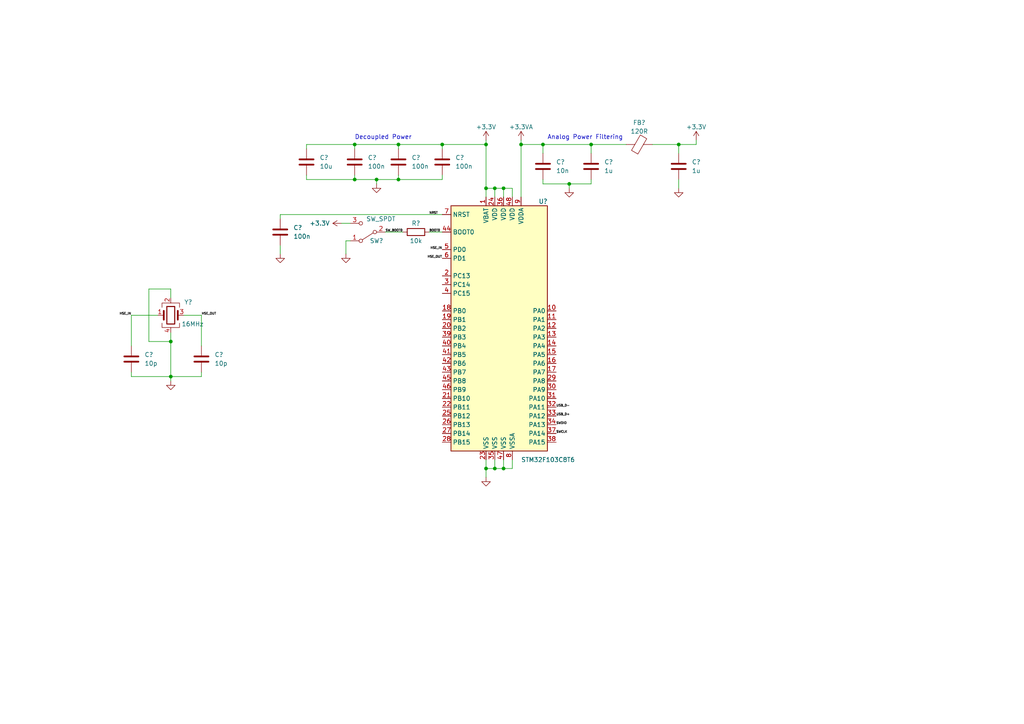
<source format=kicad_sch>
(kicad_sch (version 20211123) (generator eeschema)
  (paper "A4")
  (lib_symbols
    (symbol "Device:C" (pin_numbers hide) (pin_names (offset 0.254))
      (property "Reference" "C" (at 0.635 2.54 0))
      (property "Value" "C" (at 0.635 -2.54 0))
      (symbol "C_0_1"
        (polyline (pts (xy -2.032 -0.762) (xy 2.032 -0.762)) (stroke (width 0.508)))
        (polyline (pts (xy -2.032 0.762) (xy 2.032 0.762)) (stroke (width 0.508)))
      )
      (symbol "C_1_1"
        (pin passive line (at 0 3.81 270) (length 2.794) (name "~") (number "1"))
        (pin passive line (at 0 -3.81 90) (length 2.794) (name "~") (number "2"))
      )
    )
    (symbol "Device:Crystal_GND24" (pin_names (offset 1.016) hide)
      (property "Reference" "Y" (at 3.175 5.08 0))
      (property "Value" "Crystal_GND24" (at 3.175 3.175 0))
      (symbol "Crystal_GND24_0_1"
        (rectangle (start -1.143 2.54) (end 1.143 -2.54) (stroke (width 0.3048)))
        (polyline (pts (xy -2.54 0) (xy -2.032 0)))
        (polyline (pts (xy -2.032 -1.27) (xy -2.032 1.27)) (stroke (width 0.508)))
        (polyline (pts (xy 0 -3.81) (xy 0 -3.556)))
        (polyline (pts (xy 0 3.556) (xy 0 3.81)))
        (polyline (pts (xy 2.032 -1.27) (xy 2.032 1.27)) (stroke (width 0.508)))
        (polyline (pts (xy 2.032 0) (xy 2.54 0)))
        (polyline (pts (xy -2.54 -2.286) (xy -2.54 -3.556) (xy 2.54 -3.556) (xy 2.54 -2.286)))
        (polyline (pts (xy -2.54 2.286) (xy -2.54 3.556) (xy 2.54 3.556) (xy 2.54 2.286)))
      )
      (symbol "Crystal_GND24_1_1"
        (pin passive line (at -3.81 0 0) (length 1.27) (name "1") (number "1"))
        (pin passive line (at 0 5.08 270) (length 1.27) (name "2") (number "2"))
        (pin passive line (at 3.81 0 180) (length 1.27) (name "3") (number "3"))
        (pin passive line (at 0 -5.08 90) (length 1.27) (name "4") (number "4"))
      )
    )
    (symbol "Device:FerriteBead" (pin_numbers hide) (pin_names (offset 0))
      (property "Reference" "FB" (at -3.81 0.635 90))
      (property "Value" "FerriteBead" (at 3.81 0 90))
      (symbol "FerriteBead_0_1"
        (polyline (pts (xy 0 -1.27) (xy 0 -1.2192)))
        (polyline (pts (xy 0 1.27) (xy 0 1.2954)))
        (polyline (pts (xy -2.7686 0.4064) (xy -1.7018 2.2606) (xy 2.7686 -0.3048) (xy 1.6764 -2.159) (xy -2.7686 0.4064)))
      )
      (symbol "FerriteBead_1_1"
        (pin passive line (at 0 3.81 270) (length 2.54) (name "~") (number "1"))
        (pin passive line (at 0 -3.81 90) (length 2.54) (name "~") (number "2"))
      )
    )
    (symbol "Device:R" (pin_numbers hide) (pin_names (offset 0))
      (property "Reference" "R" (at 2.032 0 90))
      (property "Value" "R" (at 0 0 90))
      (symbol "R_0_1"
        (rectangle (start -1.016 -2.54) (end 1.016 2.54) (stroke (width 0.254)))
      )
      (symbol "R_1_1"
        (pin passive line (at 0 3.81 270) (length 1.27) (name "~") (number "1"))
        (pin passive line (at 0 -3.81 90) (length 1.27) (name "~") (number "2"))
      )
    )
    (symbol "MCU_ST_STM32F1:STM32F103C8Tx"
      (property "Reference" "U" (at -15.24 36.83 0))
      (property "Value" "STM32F103C8Tx" (at 7.62 36.83 0))
      (symbol "STM32F103C8Tx_0_1"
        (rectangle (start -15.24 -35.56) (end 12.7 35.56) (stroke (width 0.254)) (fill (type background)))
      )
      (symbol "STM32F103C8Tx_1_1"
        (pin power_in line (at -5.08 38.1 270) (length 2.54) (name "VBAT") (number "1"))
        (pin bidirectional line (at 15.24 5.08 180) (length 2.54) (name "PA0") (number "10"))
        (pin bidirectional line (at 15.24 2.54 180) (length 2.54) (name "PA1") (number "11"))
        (pin bidirectional line (at 15.24 0 180) (length 2.54) (name "PA2") (number "12"))
        (pin bidirectional line (at 15.24 -2.54 180) (length 2.54) (name "PA3") (number "13"))
        (pin bidirectional line (at 15.24 -5.08 180) (length 2.54) (name "PA4") (number "14"))
        (pin bidirectional line (at 15.24 -7.62 180) (length 2.54) (name "PA5") (number "15"))
        (pin bidirectional line (at 15.24 -10.16 180) (length 2.54) (name "PA6") (number "16"))
        (pin bidirectional line (at 15.24 -12.7 180) (length 2.54) (name "PA7") (number "17"))
        (pin bidirectional line (at -17.78 5.08 0) (length 2.54) (name "PB0") (number "18"))
        (pin bidirectional line (at -17.78 2.54 0) (length 2.54) (name "PB1") (number "19"))
        (pin bidirectional line (at -17.78 15.24 0) (length 2.54) (name "PC13") (number "2"))
        (pin bidirectional line (at -17.78 0 0) (length 2.54) (name "PB2") (number "20"))
        (pin bidirectional line (at -17.78 -20.32 0) (length 2.54) (name "PB10") (number "21"))
        (pin bidirectional line (at -17.78 -22.86 0) (length 2.54) (name "PB11") (number "22"))
        (pin power_in line (at -5.08 -38.1 90) (length 2.54) (name "VSS") (number "23"))
        (pin power_in line (at -2.54 38.1 270) (length 2.54) (name "VDD") (number "24"))
        (pin bidirectional line (at -17.78 -25.4 0) (length 2.54) (name "PB12") (number "25"))
        (pin bidirectional line (at -17.78 -27.94 0) (length 2.54) (name "PB13") (number "26"))
        (pin bidirectional line (at -17.78 -30.48 0) (length 2.54) (name "PB14") (number "27"))
        (pin bidirectional line (at -17.78 -33.02 0) (length 2.54) (name "PB15") (number "28"))
        (pin bidirectional line (at 15.24 -15.24 180) (length 2.54) (name "PA8") (number "29"))
        (pin bidirectional line (at -17.78 12.7 0) (length 2.54) (name "PC14") (number "3"))
        (pin bidirectional line (at 15.24 -17.78 180) (length 2.54) (name "PA9") (number "30"))
        (pin bidirectional line (at 15.24 -20.32 180) (length 2.54) (name "PA10") (number "31"))
        (pin bidirectional line (at 15.24 -22.86 180) (length 2.54) (name "PA11") (number "32"))
        (pin bidirectional line (at 15.24 -25.4 180) (length 2.54) (name "PA12") (number "33"))
        (pin bidirectional line (at 15.24 -27.94 180) (length 2.54) (name "PA13") (number "34"))
        (pin power_in line (at -2.54 -38.1 90) (length 2.54) (name "VSS") (number "35"))
        (pin power_in line (at 0 38.1 270) (length 2.54) (name "VDD") (number "36"))
        (pin bidirectional line (at 15.24 -30.48 180) (length 2.54) (name "PA14") (number "37"))
        (pin bidirectional line (at 15.24 -33.02 180) (length 2.54) (name "PA15") (number "38"))
        (pin bidirectional line (at -17.78 -2.54 0) (length 2.54) (name "PB3") (number "39"))
        (pin bidirectional line (at -17.78 10.16 0) (length 2.54) (name "PC15") (number "4"))
        (pin bidirectional line (at -17.78 -5.08 0) (length 2.54) (name "PB4") (number "40"))
        (pin bidirectional line (at -17.78 -7.62 0) (length 2.54) (name "PB5") (number "41"))
        (pin bidirectional line (at -17.78 -10.16 0) (length 2.54) (name "PB6") (number "42"))
        (pin bidirectional line (at -17.78 -12.7 0) (length 2.54) (name "PB7") (number "43"))
        (pin input line (at -17.78 27.94 0) (length 2.54) (name "BOOT0") (number "44"))
        (pin bidirectional line (at -17.78 -15.24 0) (length 2.54) (name "PB8") (number "45"))
        (pin bidirectional line (at -17.78 -17.78 0) (length 2.54) (name "PB9") (number "46"))
        (pin power_in line (at 0 -38.1 90) (length 2.54) (name "VSS") (number "47"))
        (pin power_in line (at 2.54 38.1 270) (length 2.54) (name "VDD") (number "48"))
        (pin input line (at -17.78 22.86 0) (length 2.54) (name "PD0") (number "5"))
        (pin input line (at -17.78 20.32 0) (length 2.54) (name "PD1") (number "6"))
        (pin input line (at -17.78 33.02 0) (length 2.54) (name "NRST") (number "7"))
        (pin power_in line (at 2.54 -38.1 90) (length 2.54) (name "VSSA") (number "8"))
        (pin power_in line (at 5.08 38.1 270) (length 2.54) (name "VDDA") (number "9"))
      )
    )
    (symbol "Switch:SW_SPDT" (pin_names (offset 0) hide)
      (property "Reference" "SW" (at 0 4.318 0))
      (property "Value" "SW_SPDT" (at 0 -5.08 0))
      (symbol "SW_SPDT_0_0"
        (circle (center -2.032 0) (radius 0.508))
        (circle (center 2.032 -2.54) (radius 0.508))
      )
      (symbol "SW_SPDT_0_1"
        (polyline (pts (xy -1.524 0.254) (xy 1.651 2.286)))
        (circle (center 2.032 2.54) (radius 0.508))
      )
      (symbol "SW_SPDT_1_1"
        (pin passive line (at 5.08 2.54 180) (length 2.54) (name "A") (number "1"))
        (pin passive line (at -5.08 0 0) (length 2.54) (name "B") (number "2"))
        (pin passive line (at 5.08 -2.54 180) (length 2.54) (name "C") (number "3"))
      )
    )
    (symbol "power:+3.3V" (power) (pin_names (offset 0))
      (property "Value" "+3.3V" (at 0 3.556 0))
      (symbol "+3.3V_0_1"
        (polyline (pts (xy -0.762 1.27) (xy 0 2.54)))
        (polyline (pts (xy 0 0) (xy 0 2.54)))
        (polyline (pts (xy 0 2.54) (xy 0.762 1.27)))
      )
      (symbol "+3.3V_1_1"
        (pin power_in line (at 0 0 90) (length 0) hide (name "+3.3V") (number "1"))
      )
    )
    (symbol "power:+3.3VA" (power) (pin_names (offset 0))
      (property "Value" "+3.3VA" (at 0 3.556 0))
      (symbol "+3.3VA_0_1"
        (polyline (pts (xy -0.762 1.27) (xy 0 2.54)))
        (polyline (pts (xy 0 0) (xy 0 2.54)))
        (polyline (pts (xy 0 2.54) (xy 0.762 1.27)))
      )
      (symbol "+3.3VA_1_1"
        (pin power_in line (at 0 0 90) (length 0) hide (name "+3.3VA") (number "1"))
      )
    )
    (symbol "power:GND" (power) (pin_names (offset 0))
      (property "Value" "GND" (at 0 -3.81 0))
      (symbol "GND_0_1"
        (polyline (pts (xy 0 0) (xy 0 -1.27) (xy 1.27 -1.27) (xy 0 -2.54) (xy -1.27 -1.27) (xy 0 -1.27)))
      )
      (symbol "GND_1_1"
        (pin power_in line (at 0 0 270) (length 0) hide (name "GND") (number "1"))
      )
    )
  )
  (junction (at 165.1 53.34))
  (junction (at 140.97 41.91))
  (junction (at 115.57 41.91))
  (junction (at 140.97 54.61))
  (junction (at 146.05 135.89))
  (junction (at 102.87 52.07))
  (junction (at 115.57 52.07))
  (junction (at 196.85 41.91))
  (junction (at 49.53 99.06))
  (junction (at 143.51 54.61))
  (junction (at 171.45 41.91))
  (junction (at 143.51 135.89))
  (junction (at 109.22 52.07))
  (junction (at 140.97 135.89))
  (junction (at 157.48 41.91))
  (junction (at 102.87 41.91))
  (junction (at 49.53 109.22))
  (junction (at 128.27 41.91))
  (junction (at 151.13 41.91))
  (junction (at 146.05 54.61))
  (wire (pts (xy 38.1 109.22) (xy 49.53 109.22)))
  (wire (pts (xy 196.85 41.91) (xy 196.85 44.45)))
  (wire (pts (xy 140.97 41.91) (xy 140.97 54.61)))
  (wire (pts (xy 102.87 52.07) (xy 109.22 52.07)))
  (wire (pts (xy 189.23 41.91) (xy 196.85 41.91)))
  (wire (pts (xy 49.53 109.22) (xy 49.53 110.49)))
  (wire (pts (xy 115.57 52.07) (xy 109.22 52.07)))
  (wire (pts (xy 140.97 54.61) (xy 140.97 57.15)))
  (wire (pts (xy 201.93 41.91) (xy 201.93 40.64)))
  (wire (pts (xy 43.18 83.82) (xy 43.18 99.06)))
  (wire (pts (xy 81.28 71.12) (xy 81.28 73.66)))
  (wire (pts (xy 58.42 107.95) (xy 58.42 109.22)))
  (wire (pts (xy 143.51 54.61) (xy 140.97 54.61)))
  (wire (pts (xy 148.59 133.35) (xy 148.59 135.89)))
  (wire (pts (xy 58.42 109.22) (xy 49.53 109.22)))
  (wire (pts (xy 157.48 41.91) (xy 157.48 44.45)))
  (wire (pts (xy 146.05 54.61) (xy 143.51 54.61)))
  (wire (pts (xy 101.6 69.85) (xy 100.33 69.85)))
  (wire (pts (xy 171.45 53.34) (xy 165.1 53.34)))
  (wire (pts (xy 38.1 107.95) (xy 38.1 109.22)))
  (wire (pts (xy 146.05 57.15) (xy 146.05 54.61)))
  (wire (pts (xy 128.27 41.91) (xy 115.57 41.91)))
  (wire (pts (xy 43.18 99.06) (xy 49.53 99.06)))
  (wire (pts (xy 115.57 41.91) (xy 102.87 41.91)))
  (wire (pts (xy 88.9 50.8) (xy 88.9 52.07)))
  (wire (pts (xy 58.42 91.44) (xy 58.42 100.33)))
  (wire (pts (xy 151.13 40.64) (xy 151.13 41.91)))
  (wire (pts (xy 99.06 64.77) (xy 101.6 64.77)))
  (wire (pts (xy 111.76 67.31) (xy 116.84 67.31)))
  (wire (pts (xy 49.53 83.82) (xy 43.18 83.82)))
  (wire (pts (xy 128.27 50.8) (xy 128.27 52.07)))
  (wire (pts (xy 49.53 96.52) (xy 49.53 99.06)))
  (wire (pts (xy 143.51 133.35) (xy 143.51 135.89)))
  (wire (pts (xy 102.87 41.91) (xy 102.87 43.18)))
  (wire (pts (xy 102.87 50.8) (xy 102.87 52.07)))
  (wire (pts (xy 151.13 41.91) (xy 157.48 41.91)))
  (wire (pts (xy 146.05 135.89) (xy 143.51 135.89)))
  (wire (pts (xy 128.27 62.23) (xy 81.28 62.23)))
  (wire (pts (xy 171.45 52.07) (xy 171.45 53.34)))
  (wire (pts (xy 128.27 52.07) (xy 115.57 52.07)))
  (wire (pts (xy 115.57 50.8) (xy 115.57 52.07)))
  (wire (pts (xy 148.59 57.15) (xy 148.59 54.61)))
  (wire (pts (xy 143.51 135.89) (xy 140.97 135.89)))
  (wire (pts (xy 49.53 86.36) (xy 49.53 83.82)))
  (wire (pts (xy 140.97 40.64) (xy 140.97 41.91)))
  (wire (pts (xy 171.45 41.91) (xy 181.61 41.91)))
  (wire (pts (xy 146.05 133.35) (xy 146.05 135.89)))
  (wire (pts (xy 102.87 41.91) (xy 88.9 41.91)))
  (wire (pts (xy 165.1 53.34) (xy 165.1 54.61)))
  (wire (pts (xy 143.51 57.15) (xy 143.51 54.61)))
  (wire (pts (xy 88.9 52.07) (xy 102.87 52.07)))
  (wire (pts (xy 140.97 41.91) (xy 128.27 41.91)))
  (wire (pts (xy 151.13 41.91) (xy 151.13 57.15)))
  (wire (pts (xy 115.57 41.91) (xy 115.57 43.18)))
  (wire (pts (xy 148.59 54.61) (xy 146.05 54.61)))
  (wire (pts (xy 38.1 100.33) (xy 38.1 91.44)))
  (wire (pts (xy 148.59 135.89) (xy 146.05 135.89)))
  (wire (pts (xy 38.1 91.44) (xy 45.72 91.44)))
  (wire (pts (xy 53.34 91.44) (xy 58.42 91.44)))
  (wire (pts (xy 171.45 41.91) (xy 171.45 44.45)))
  (wire (pts (xy 140.97 133.35) (xy 140.97 135.89)))
  (wire (pts (xy 49.53 99.06) (xy 49.53 109.22)))
  (wire (pts (xy 109.22 52.07) (xy 109.22 53.34)))
  (wire (pts (xy 157.48 53.34) (xy 165.1 53.34)))
  (wire (pts (xy 100.33 69.85) (xy 100.33 73.66)))
  (wire (pts (xy 124.46 67.31) (xy 128.27 67.31)))
  (wire (pts (xy 157.48 52.07) (xy 157.48 53.34)))
  (wire (pts (xy 128.27 41.91) (xy 128.27 43.18)))
  (wire (pts (xy 88.9 41.91) (xy 88.9 43.18)))
  (wire (pts (xy 81.28 62.23) (xy 81.28 63.5)))
  (wire (pts (xy 196.85 41.91) (xy 201.93 41.91)))
  (wire (pts (xy 157.48 41.91) (xy 171.45 41.91)))
  (wire (pts (xy 140.97 135.89) (xy 140.97 138.43)))
  (wire (pts (xy 196.85 52.07) (xy 196.85 54.61)))
  (text "Decoupled Power" (at 102.87 40.64 0) (effects (font (size 1.27 1.27)) (justify left bottom)))
  (text "Analog Power Filtering" (at 158.75 40.64 0) (effects (font (size 1.27 1.27)) (justify left bottom)))
  (label "HSE_IN" (at 128.27 72.39 180) (effects (font (size 0.635 0.635))))
  (label "HSE_OUT" (at 58.42 91.44 0) (effects (font (size 0.635 0.635))))
  (label "SWCLK" (at 161.29 125.73 0) (effects (font (size 0.635 0.635))))
  (label "BOOT0" (at 124.46 67.31 0) (effects (font (size 0.635 0.635))))
  (label "HSE_IN" (at 38.1 91.44 180) (effects (font (size 0.635 0.635))))
  (label "NRST" (at 124.46 62.23 0) (effects (font (size 0.635 0.635))))
  (label "HSE_OUT" (at 128.27 74.93 180) (effects (font (size 0.635 0.635))))
  (label "SW_BOOT0" (at 111.76 67.31 0) (effects (font (size 0.635 0.635))))
  (label "USB_D+" (at 161.29 120.65 0) (effects (font (size 0.635 0.635))))
  (label "USB_D-" (at 161.29 118.11 0) (effects (font (size 0.635 0.635))))
  (label "SWDIO" (at 161.29 123.19 0) (effects (font (size 0.635 0.635))))
  (symbol (lib_id "power:+3.3VA") (at 151.13 40.64 0) (unit 1)
    (property "Reference" "#PWR?" (effects hide))
    (property "Value" "+3.3VA" (at 151.13 36.83 0))
  )
  (symbol (lib_id "Device:C") (at 171.45 48.26 0) (unit 1)
    (property "Reference" "C?" (at 175.26 46.9899 0) (effects (justify left)))
    (property "Value" "1u" (at 175.26 49.5299 0) (effects (justify left)))
  )
  (symbol (lib_id "Device:C") (at 81.28 67.31 0) (unit 1)
    (property "Reference" "C?" (at 85.09 66.0399 0) (effects (justify left)))
    (property "Value" "100n" (at 85.09 68.5799 0) (effects (justify left)))
  )
  (symbol (lib_id "Device:C") (at 88.9 46.99 0) (unit 1)
    (property "Reference" "C?" (at 92.71 45.7199 0) (effects (justify left)))
    (property "Value" "10u" (at 92.71 48.2599 0) (effects (justify left)))
  )
  (symbol (lib_id "Device:C") (at 157.48 48.26 0) (unit 1)
    (property "Reference" "C?" (at 161.29 46.9899 0) (effects (justify left)))
    (property "Value" "10n" (at 161.29 49.5299 0) (effects (justify left)))
  )
  (symbol (lib_id "Switch:SW_SPDT") (at 106.68 67.31 180) (unit 1)
    (property "Reference" "SW?" (at 109.22 69.85 0))
    (property "Value" "SW_SPDT" (at 110.49 63.5 0))
  )
  (symbol (lib_id "Device:Crystal_GND24") (at 49.53 91.44 0) (unit 1)
    (property "Reference" "Y?" (at 54.61 87.63 0))
    (property "Value" "16MHz" (at 55.88 93.98 0))
  )
  (symbol (lib_id "Device:R") (at 120.65 67.31 90) (unit 1)
    (property "Reference" "R?" (at 120.65 64.77 90))
    (property "Value" "10k" (at 120.65 69.85 90))
  )
  (symbol (lib_id "power:GND") (at 140.97 138.43 0) (unit 1)
    (property "Reference" "#PWR?" (effects hide))
    (property "Value" "GND" (effects hide))
  )
  (symbol (lib_id "MCU_ST_STM32F1:STM32F103C8Tx") (at 146.05 95.25 0) (unit 1)
    (property "Reference" "U?" (at 156.21 58.42 0) (effects (justify left)))
    (property "Value" "STM32F103C8T6" (at 151.13 133.35 0) (effects (justify left)))
    (property "Footprint" "Package_QFP:LQFP-48_7x7mm_P0.5mm" (effects hide))
    (property "Datasheet" "http://www.st.com/st-web-ui/static/active/en/resource/technical/document/datasheet/CD00161566.pdf" (effects hide))
  )
  (symbol (lib_id "power:GND") (at 100.33 73.66 0) (unit 1)
    (property "Reference" "#PWR?" (effects hide))
    (property "Value" "GND" (effects hide))
  )
  (symbol (lib_id "Device:C") (at 38.1 104.14 0) (unit 1)
    (property "Reference" "C?" (at 41.91 102.8699 0) (effects (justify left)))
    (property "Value" "10p" (at 41.91 105.4099 0) (effects (justify left)))
  )
  (symbol (lib_id "Device:FerriteBead") (at 185.42 41.91 90) (unit 1)
    (property "Reference" "FB?" (at 185.42 35.56 90))
    (property "Value" "120R" (at 185.42 38.1 90))
  )
  (symbol (lib_id "power:GND") (at 109.22 53.34 0) (unit 1)
    (property "Reference" "#PWR?" (effects hide))
    (property "Value" "GND" (effects hide))
  )
  (symbol (lib_id "Device:C") (at 58.42 104.14 0) (unit 1)
    (property "Reference" "C?" (at 62.23 102.8699 0) (effects (justify left)))
    (property "Value" "10p" (at 62.23 105.4099 0) (effects (justify left)))
  )
  (symbol (lib_id "power:GND") (at 49.53 110.49 0) (unit 1)
    (property "Reference" "#PWR?" (effects hide))
    (property "Value" "GND" (effects hide))
  )
  (symbol (lib_id "Device:C") (at 196.85 48.26 0) (unit 1)
    (property "Reference" "C?" (at 200.66 46.9899 0) (effects (justify left)))
    (property "Value" "1u" (at 200.66 49.5299 0) (effects (justify left)))
  )
  (symbol (lib_id "power:GND") (at 165.1 54.61 0) (unit 1)
    (property "Reference" "#PWR?" (effects hide))
    (property "Value" "GND" (effects hide))
  )
  (symbol (lib_id "power:GND") (at 196.85 54.61 0) (unit 1)
    (property "Reference" "#PWR?" (effects hide))
    (property "Value" "GND" (effects hide))
  )
  (symbol (lib_id "power:+3.3V") (at 140.97 40.64 0) (unit 1)
    (property "Reference" "#PWR?" (effects hide))
    (property "Value" "+3.3V" (at 140.97 36.83 0))
  )
  (symbol (lib_id "Device:C") (at 102.87 46.99 0) (unit 1)
    (property "Reference" "C?" (at 106.68 45.7199 0) (effects (justify left)))
    (property "Value" "100n" (at 106.68 48.2599 0) (effects (justify left)))
  )
  (symbol (lib_id "power:+3.3V") (at 201.93 40.64 0) (unit 1)
    (property "Reference" "#PWR?" (effects hide))
    (property "Value" "+3.3V" (at 201.93 36.83 0))
  )
  (symbol (lib_id "power:+3.3V") (at 99.06 64.77 90) (unit 1)
    (property "Reference" "#PWR?" (effects hide))
    (property "Value" "+3.3V" (at 92.71 64.77 90))
  )
  (symbol (lib_id "Device:C") (at 128.27 46.99 0) (unit 1)
    (property "Reference" "C?" (at 132.08 45.7199 0) (effects (justify left)))
    (property "Value" "100n" (at 132.08 48.2599 0) (effects (justify left)))
  )
  (symbol (lib_id "Device:C") (at 115.57 46.99 0) (unit 1)
    (property "Reference" "C?" (at 119.38 45.7199 0) (effects (justify left)))
    (property "Value" "100n" (at 119.38 48.2599 0) (effects (justify left)))
  )
  (symbol (lib_id "power:GND") (at 81.28 73.66 0) (unit 1)
    (property "Reference" "#PWR?" (effects hide))
    (property "Value" "GND" (effects hide))
  )
)
</source>
